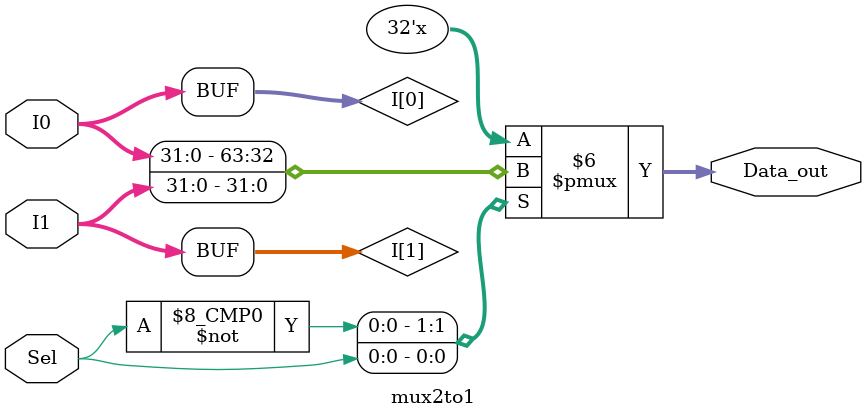
<source format=v>
module mux2to1
#(
	parameter DW = 32
)(
	input [DW-1:0] I1, I0,
	input Sel,
	output [DW-1:0] Data_out
); 
//PARTE DECLARATORIA: Nets y variables
    wire [DW-1:0] I [1:0]; 
//PARTE OPERATORIA
    assign I[0]=I0;
    assign I[1]=I1;
    assign Data_out =I[Sel];
	 
endmodule 
</source>
